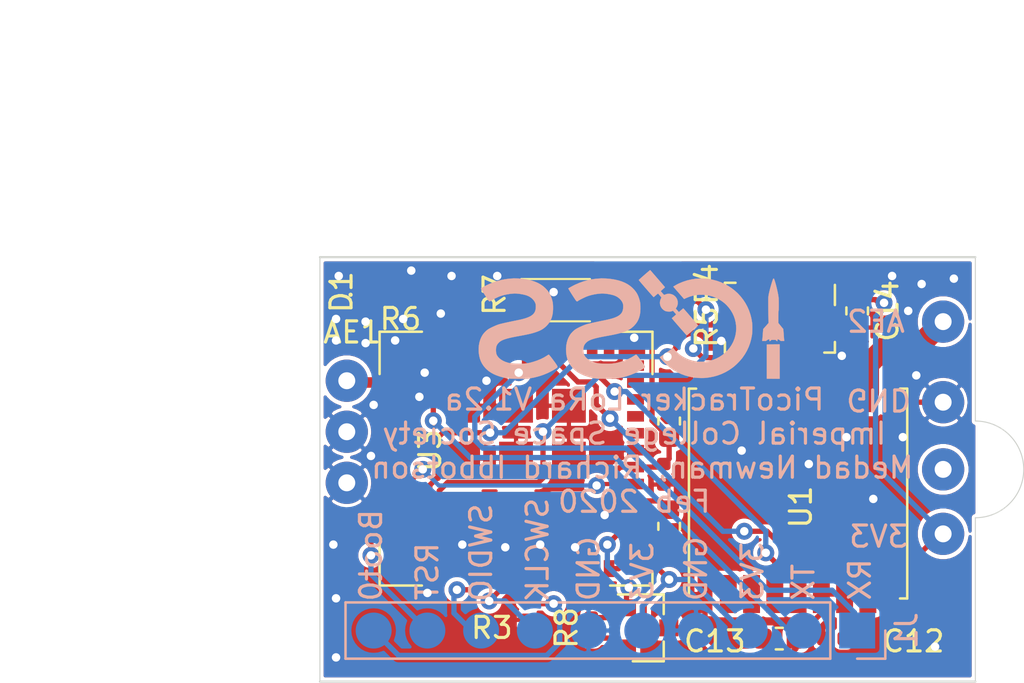
<source format=kicad_pcb>
(kicad_pcb (version 20171130) (host pcbnew "(5.1.2)-1")
  (title_block (title "PCB for Lora Pico Tracker") (date 2019-10-21) (company "Imperial College Space Society") (comment 1 "Richard Ibbotson, Medad Newman"))
  (layers (0 F.Cu signal hide) (31 B.Cu signal hide) (34 B.Paste user) (35 F.Paste user hide) (36 B.SilkS user) (37 F.SilkS user) (38 B.Mask user hide) (39 F.Mask user) (44 Edge.Cuts user))
  (net 0 "")
  (net 1 GND)
  (net 2 +3V3)
  (net 3 /I2C1_SDA)
  (net 4 /I2C1_SCL)
  (net 5 "Net-(AE2-Pad1)")
  (net 6 /SWDIO)
  (net 7 /RESET)
  (net 8 /SWCLK)
  (net 9 /GPS_TIMEPULSE)
  (net 10 /GPS_EXTINT)
  (net 11 "Net-(AE1-Pad1)")
  (net 12 /V_SOLAR)
  (net 13 "Net-(D1-Pad2)")
  (net 14 /LED)
  (net 15 /SWITCH)
  (net 16 /TCXO_EN)
  (net 17 /BOOT0)
  (net 18 /USART1_RX)
  (net 19 /USART1_TX)
  (net 20 "Net-(C12-Pad1)")
  (net 21 /GPS_MOSFET_GATE)
  (module Connector_Wire:SolderWirePad_1x01_Drill0.8mm (layer F.Cu) (at 267.97 170.688)
    (fp_text reference J6 hide)
    (fp_text value Conn_01x01)
    (pad 1 thru_hole circle (at 0 0) (size 1.99898 1.99898) (drill 0.8001) (layers *.Cu *.Mask) (net 1 GND))
  )
  (module Resistor_SMD:R_0402_1005Metric (layer F.Cu) (at 279.527 177.546 90)
    (fp_text reference R8 (at 0 -1.17 90) (layer F.SilkS))
    (fp_text value 4.7K)
    (pad 2 smd roundrect (at 0.485 0 90) (size 0.59 0.64) (layers F.Cu F.Paste F.Mask) (net 21 /GPS_MOSFET_GATE))
    (pad 1 smd roundrect (at -0.485 0 90) (size 0.59 0.64) (layers F.Cu F.Paste F.Mask) (net 2 +3V3))
  )
  (module Package_TO_SOT_SMD:SOT-23 (layer F.Cu) (at 282.194 177.546)
    (fp_text reference Q1 hide)
    (fp_text value IRLML6402)
    (pad 3 smd rect (at 1 0) (size 0.9 0.8) (layers F.Cu F.Paste F.Mask) (net 20 "Net-(C12-Pad1)"))
    (pad 2 smd rect (at -1 0.95) (size 0.9 0.8) (layers F.Cu F.Paste F.Mask) (net 2 +3V3))
    (pad 1 smd rect (at -1 -0.95) (size 0.9 0.8) (layers F.Cu F.Paste F.Mask) (net 21 /GPS_MOSFET_GATE))
  )
  (module Connector_Wire:SolderWirePad_1x01_Drill0.8mm (layer F.Cu) (at 267.97 168.275)
    (fp_text reference J5 hide)
    (fp_text value Conn_01x01)
    (pad 1 thru_hole circle (at 0 0) (size 1.99898 1.99898) (drill 0.8001) (layers *.Cu *.Mask) (net 1 GND))
  )
  (module Connector_Wire:SolderWirePad_1x01_Drill0.8mm (layer F.Cu) (at 267.97 165.862)
    (fp_text reference AE1 (at 0.254 -2.286 180) (layer F.SilkS))
    (fp_text value "Lora Antenna")
    (pad 1 thru_hole circle (at 0 0) (size 1.99898 1.99898) (drill 0.8001) (layers *.Cu *.Mask) (net 11 "Net-(AE1-Pad1)"))
  )
  (module pico_tracker:10Pad (layer B.Cu) (at 292.1 177.673 90)
    (fp_text reference J1 (at 0 2.33 270) (layer B.SilkS) (effects (justify mirror)))
    (fp_text value Conn_01x10)
    (pad 10 smd oval (at 0 -22.86 90) (size 1.7 1.7) (layers B.Cu B.Paste B.Mask) (net 17 /BOOT0))
    (pad 9 smd oval (at 0 -20.32 90) (size 1.7 1.7) (layers B.Cu B.Paste B.Mask) (net 7 /RESET))
    (pad 8 smd oval (at 0 -17.78 90) (size 1.7 1.7) (layers B.Cu B.Paste B.Mask) (net 6 /SWDIO))
    (pad 7 smd oval (at 0 -15.24 90) (size 1.7 1.7) (layers B.Cu B.Paste B.Mask) (net 8 /SWCLK))
    (pad 6 smd oval (at 0 -12.7 90) (size 1.7 1.7) (layers B.Cu B.Paste B.Mask) (net 1 GND))
    (pad 5 smd oval (at 0 -10.16 90) (size 1.7 1.7) (layers B.Cu B.Paste B.Mask) (net 2 +3V3))
    (pad 4 smd oval (at 0 -7.62 90) (size 1.7 1.7) (layers B.Cu B.Paste B.Mask) (net 1 GND))
    (pad 3 smd oval (at 0 -5.08 90) (size 1.7 1.7) (layers B.Cu B.Paste B.Mask) (net 2 +3V3))
    (pad 2 smd oval (at 0 -2.54 90) (size 1.7 1.7) (layers B.Cu B.Paste B.Mask) (net 19 /USART1_TX))
    (pad 1 smd rect (at 0 0 90) (size 1.7 1.7) (layers B.Cu B.Paste B.Mask) (net 18 /USART1_RX))
  )
  (module flight-computer:SolderWirePad_1x01_Drill0.8mm (layer F.Cu) (at 298.704 170.053)
    (fp_text reference StringHole1 hide)
    (fp_text value Unconnected)
    (pad "" np_thru_hole circle (at 0 0) (size 0.8 0.8) (drill 0.8) (layers *.Cu *.Mask))
  )
  (module RF_GPS:ublox_MAX (layer F.Cu) (at 289.306 171.196 90)
    (fp_text reference U1 (at -0.635 0.127 90) (layer F.SilkS))
    (fp_text value MAX-M8C)
    (pad 1 smd rect (at -4.75 -4.4 90) (size 1.8 0.7) (layers F.Cu F.Paste F.Mask) (net 1 GND))
    (pad 2 smd rect (at -4.75 -3.3 90) (size 1.8 0.8) (layers F.Cu F.Paste F.Mask))
    (pad 3 smd rect (at -4.75 -2.2 90) (size 1.8 0.8) (layers F.Cu F.Paste F.Mask))
    (pad 4 smd rect (at -4.75 -1.1 90) (size 1.8 0.8) (layers F.Cu F.Paste F.Mask) (net 9 /GPS_TIMEPULSE))
    (pad 5 smd rect (at -4.75 0 90) (size 1.8 0.8) (layers F.Cu F.Paste F.Mask) (net 10 /GPS_EXTINT))
    (pad 6 smd rect (at -4.75 1.1 90) (size 1.8 0.8) (layers F.Cu F.Paste F.Mask) (net 20 "Net-(C12-Pad1)"))
    (pad 7 smd rect (at -4.75 2.2 90) (size 1.8 0.8) (layers F.Cu F.Paste F.Mask) (net 20 "Net-(C12-Pad1)"))
    (pad 8 smd rect (at -4.75 3.3 90) (size 1.8 0.8) (layers F.Cu F.Paste F.Mask) (net 20 "Net-(C12-Pad1)"))
    (pad 9 smd rect (at -4.75 4.4 90) (size 1.8 0.7) (layers F.Cu F.Paste F.Mask) (net 2 +3V3))
    (pad 10 smd rect (at 4.75 4.4 90) (size 1.8 0.7) (layers F.Cu F.Paste F.Mask) (net 1 GND))
    (pad 11 smd rect (at 4.75 3.3 90) (size 1.8 0.8) (layers F.Cu F.Paste F.Mask) (net 5 "Net-(AE2-Pad1)"))
    (pad 12 smd rect (at 4.75 2.2 90) (size 1.8 0.8) (layers F.Cu F.Paste F.Mask) (net 1 GND))
    (pad 13 smd rect (at 4.75 1.1 90) (size 1.8 0.8) (layers F.Cu F.Paste F.Mask))
    (pad 14 smd rect (at 4.75 0 90) (size 1.8 0.8) (layers F.Cu F.Paste F.Mask))
    (pad 15 smd rect (at 4.75 -1.1 90) (size 1.8 0.8) (layers F.Cu F.Paste F.Mask))
    (pad 16 smd rect (at 4.75 -2.2 90) (size 1.8 0.8) (layers F.Cu F.Paste F.Mask) (net 3 /I2C1_SDA))
    (pad 17 smd rect (at 4.75 -3.3 90) (size 1.8 0.8) (layers F.Cu F.Paste F.Mask) (net 4 /I2C1_SCL))
    (pad 18 smd rect (at 4.75 -4.4 90) (size 1.8 0.7) (layers F.Cu F.Paste F.Mask))
  )
  (module Connector_Wire:SolderWirePad_1x01_Drill0.8mm (layer F.Cu) (at 296.164 170.053 90)
    (fp_text reference SolarCellMount1 hide)
    (fp_text value Unconnected)
    (pad 1 thru_hole circle (at 0 0 90) (size 1.99898 1.99898) (drill 0.8001) (layers *.Cu *.Mask))
  )
  (module Connector_Wire:SolderWirePad_1x01_Drill0.8mm (layer F.Cu) (at 296.164 173.101 270)
    (fp_text reference J3 hide)
    (fp_text value 3.3V)
    (pad 1 thru_hole circle (at 0 0 270) (size 1.99898 1.99898) (drill 0.8001) (layers *.Cu *.Mask) (net 2 +3V3))
  )
  (module Connector_Wire:SolderWirePad_1x01_Drill0.8mm (layer F.Cu) (at 296.164 166.878 270)
    (fp_text reference J2 hide)
    (fp_text value GND)
    (pad 1 thru_hole circle (at 0 0 270) (size 1.99898 1.99898) (drill 0.8001) (layers *.Cu *.Mask) (net 1 GND))
  )
  (module Capacitor_SMD:C_0603_1608Metric (layer F.Cu) (at 288.417 178.054 180)
    (fp_text reference C13 (at 3.048 -0.127) (layer F.SilkS))
    (fp_text value 10uF)
    (pad 1 smd roundrect (at -0.7875 0 180) (size 0.875 0.95) (layers F.Cu F.Paste F.Mask) (net 20 "Net-(C12-Pad1)"))
    (pad 2 smd roundrect (at 0.7875 0 180) (size 0.875 0.95) (layers F.Cu F.Paste F.Mask) (net 1 GND))
  )
  (module Capacitor_SMD:C_0603_1608Metric (layer F.Cu) (at 292.1 162.56 270)
    (fp_text reference C14 (at 0 -1.43 90) (layer F.SilkS))
    (fp_text value 220nF)
    (pad 1 smd roundrect (at -0.7875 0 270) (size 0.875 0.95) (layers F.Cu F.Paste F.Mask) (net 2 +3V3))
    (pad 2 smd roundrect (at 0.7875 0 270) (size 0.875 0.95) (layers F.Cu F.Paste F.Mask) (net 1 GND))
  )
  (module Capacitor_SMD:C_0402_1005Metric (layer F.Cu) (at 290.98 178.054 180)
    (fp_text reference C12 (at -3.787 -0.127 180) (layer F.SilkS))
    (fp_text value 100nF)
    (pad 2 smd roundrect (at 0.485 0 180) (size 0.59 0.64) (layers F.Cu F.Paste F.Mask) (net 1 GND))
    (pad 1 smd roundrect (at -0.485 0 180) (size 0.59 0.64) (layers F.Cu F.Paste F.Mask) (net 20 "Net-(C12-Pad1)"))
  )
  (module Connector_Wire:SolderWirePad_1x01_Drill0.8mm (layer F.Cu) (at 296.164 163.068 90)
    (fp_text reference AE2 (at 0 -3.175) (layer B.SilkS) (effects (justify mirror)))
    (fp_text value "GPS Antenna")
    (pad 1 thru_hole circle (at 0 0 90) (size 1.99898 1.99898) (drill 0.8001) (layers *.Cu *.Mask) (net 5 "Net-(AE2-Pad1)"))
  )
  (module Package_LGA:LGA-8_3x5mm_P1.25mm (layer F.Cu) (at 288.447 162.882 270)
    (fp_text reference U6 hide)
    (fp_text value MS5607-02BA)
    (pad 4 smd rect (at -1.075 1.875 270) (size 0.95 0.55) (layers F.Cu F.Paste F.Mask) (net 1 GND))
    (pad 1 smd rect (at -1.075 -1.875 270) (size 0.95 0.55) (layers F.Cu F.Paste F.Mask) (net 2 +3V3))
    (pad 2 smd rect (at -1.075 -0.625 270) (size 0.95 0.55) (layers F.Cu F.Paste F.Mask) (net 2 +3V3))
    (pad 3 smd rect (at -1.075 0.625 270) (size 0.95 0.55) (layers F.Cu F.Paste F.Mask) (net 1 GND))
    (pad 8 smd rect (at 1.075 -1.875 270) (size 0.95 0.55) (layers F.Cu F.Paste F.Mask) (net 4 /I2C1_SCL))
    (pad 7 smd rect (at 1.075 -0.625 270) (size 0.95 0.55) (layers F.Cu F.Paste F.Mask) (net 3 /I2C1_SDA))
    (pad 6 smd rect (at 1.075 0.625 270) (size 0.95 0.55) (layers F.Cu F.Paste F.Mask))
    (pad 5 smd rect (at 1.075 1.875 270) (size 0.95 0.55) (layers F.Cu F.Paste F.Mask) (net 1 GND))
  )
  (module Capacitor_SMD:C_0603_1608Metric (layer F.Cu) (at 283.21 172.7455 270)
    (fp_text reference C10 hide)
    (fp_text value 10uF)
    (pad 2 smd roundrect (at 0.7875 0 270) (size 0.875 0.95) (layers F.Cu F.Paste F.Mask) (net 1 GND))
    (pad 1 smd roundrect (at -0.7875 0 270) (size 0.875 0.95) (layers F.Cu F.Paste F.Mask) (net 2 +3V3))
  )
  (module Capacitor_SMD:C_0603_1608Metric (layer F.Cu) (at 283.21 167.767 90)
    (fp_text reference C7 hide)
    (fp_text value 1uF)
    (pad 2 smd roundrect (at 0.7875 0 90) (size 0.875 0.95) (layers F.Cu F.Paste F.Mask) (net 1 GND))
    (pad 1 smd roundrect (at -0.7875 0 90) (size 0.875 0.95) (layers F.Cu F.Paste F.Mask) (net 2 +3V3))
  )
  (module Capacitor_SMD:C_0402_1005Metric (layer F.Cu) (at 282.956 170.284 270)
    (fp_text reference C5 hide)
    (fp_text value 100nF)
    (pad 2 smd roundrect (at 0.485 0 270) (size 0.59 0.64) (layers F.Cu F.Paste F.Mask) (net 1 GND))
    (pad 1 smd roundrect (at -0.485 0 270) (size 0.59 0.64) (layers F.Cu F.Paste F.Mask) (net 2 +3V3))
  )
  (module LED_SMD:LED_0402_1005Metric (layer F.Cu) (at 269.24 161.798)
    (fp_text reference D1 (at -1.524 -0.127 90) (layer F.SilkS))
    (fp_text value LED)
    (pad 2 smd roundrect (at 0.485 0) (size 0.59 0.64) (layers F.Cu F.Paste F.Mask) (net 13 "Net-(D1-Pad2)"))
    (pad 1 smd roundrect (at -0.485 0) (size 0.59 0.64) (layers F.Cu F.Paste F.Mask) (net 1 GND))
  )
  (module Resistor_SMD:R_0402_1005Metric (layer F.Cu) (at 271.272 161.798)
    (fp_text reference R6 (at -0.762 1.143) (layer F.SilkS))
    (fp_text value 1K)
    (pad 2 smd roundrect (at 0.485 0) (size 0.59 0.64) (layers F.Cu F.Paste F.Mask) (net 14 /LED))
    (pad 1 smd roundrect (at -0.485 0) (size 0.59 0.64) (layers F.Cu F.Paste F.Mask) (net 13 "Net-(D1-Pad2)"))
  )
  (module Capacitor_SMD:C_0402_1005Metric (layer F.Cu) (at 268.478 172.339 180)
    (fp_text reference C1 hide)
    (fp_text value 100nF)
    (pad 2 smd roundrect (at 0.485 0 180) (size 0.59 0.64) (layers F.Cu F.Paste F.Mask) (net 1 GND))
    (pad 1 smd roundrect (at -0.485 0 180) (size 0.59 0.64) (layers F.Cu F.Paste F.Mask) (net 7 /RESET))
  )
  (module flight-computer:ICSS_Logo (layer B.Cu) (at 281.432 163.195 180)
    (fp_text reference J4 hide)
    (fp_text value "ICSS Logo" hide)
  )
  (module flight-computer:EVPAWCD4A (layer F.Cu) (at 277.368 162.052 180)
    (fp_text reference SW1 hide)
    (fp_text value SW_Push hide)
    (pad 2 smd rect (at -2.1 0 180) (size 0.55 1.5) (layers F.Cu F.Paste F.Mask) (net 2 +3V3))
    (pad 1 smd rect (at 1.15 0 180) (size 0.55 1.5) (layers F.Cu F.Paste F.Mask) (net 15 /SWITCH))
  )
  (module Resistor_SMD:R_0402_1005Metric (layer F.Cu) (at 273.304 161.798 180)
    (fp_text reference R7 (at -1.651 0 90) (layer F.SilkS))
    (fp_text value 100K)
    (pad 2 smd roundrect (at 0.485 0 180) (size 0.59 0.64) (layers F.Cu F.Paste F.Mask) (net 1 GND))
    (pad 1 smd roundrect (at -0.485 0 180) (size 0.59 0.64) (layers F.Cu F.Paste F.Mask) (net 15 /SWITCH))
  )
  (module RF_Module:CMWX1ZZABZ (layer F.Cu) (at 275.971 169.545 180)
    (fp_text reference U3 (at 4.064 0.381 90) (layer F.SilkS))
    (fp_text value CMWX1ZZABZ-078)
    (pad 38 smd rect (at 3.6 -5.2 270) (size 0.8 0.5) (layers F.Cu F.Paste F.Mask))
    (pad 26 smd rect (at 5.65 3.6 180) (size 0.8 0.5) (layers F.Cu F.Paste F.Mask) (net 11 "Net-(AE1-Pad1)"))
    (pad 25 smd rect (at 5.65 4.4 180) (size 0.8 0.5) (layers F.Cu F.Paste F.Mask) (net 1 GND))
    (pad 24 smd rect (at 4.4 5.2 90) (size 0.8 0.5) (layers F.Cu F.Paste F.Mask) (net 14 /LED))
    (pad 23 smd rect (at 3.6 5.2 90) (size 0.8 0.5) (layers F.Cu F.Paste F.Mask) (net 15 /SWITCH))
    (pad 22 smd rect (at 2.8 5.2 90) (size 0.8 0.5) (layers F.Cu F.Paste F.Mask))
    (pad 21 smd rect (at 2 5.2 90) (size 0.8 0.5) (layers F.Cu F.Paste F.Mask) (net 12 /V_SOLAR))
    (pad 20 smd rect (at 1.2 5.2 90) (size 0.8 0.5) (layers F.Cu F.Paste F.Mask))
    (pad 19 smd rect (at 0.4 5.2 270) (size 0.8 0.5) (layers F.Cu F.Paste F.Mask) (net 19 /USART1_TX))
    (pad 18 smd rect (at -0.4 5.2 270) (size 0.8 0.5) (layers F.Cu F.Paste F.Mask) (net 18 /USART1_RX))
    (pad 17 smd rect (at -1.2 5.2 270) (size 0.8 0.5) (layers F.Cu F.Paste F.Mask))
    (pad 16 smd rect (at -2 5.2 270) (size 0.8 0.5) (layers F.Cu F.Paste F.Mask) (net 10 /GPS_EXTINT))
    (pad 15 smd rect (at -2.8 5.2 270) (size 0.8 0.5) (layers F.Cu F.Paste F.Mask) (net 9 /GPS_TIMEPULSE))
    (pad 14 smd rect (at -3.6 5.2 270) (size 0.8 0.5) (layers F.Cu F.Paste F.Mask))
    (pad 13 smd rect (at -4.4 5.2 270) (size 0.8 0.5) (layers F.Cu F.Paste F.Mask))
    (pad 12 smd rect (at -5.65 4.4 180) (size 0.8 0.5) (layers F.Cu F.Paste F.Mask))
    (pad 41 smd rect (at 1.2 -5.2 270) (size 0.8 0.5) (layers F.Cu F.Paste F.Mask) (net 6 /SWDIO))
    (pad 40 smd rect (at 2 -5.2 270) (size 0.8 0.5) (layers F.Cu F.Paste F.Mask))
    (pad 39 smd rect (at 2.8 -5.2 270) (size 0.8 0.5) (layers F.Cu F.Paste F.Mask))
    (pad 37 smd rect (at 4.4 -5.2 270) (size 0.8 0.5) (layers F.Cu F.Paste F.Mask))
    (pad 36 smd rect (at 5.65 -4.4 180) (size 0.8 0.5) (layers F.Cu F.Paste F.Mask) (net 3 /I2C1_SDA))
    (pad 35 smd rect (at 5.65 -3.6 180) (size 0.8 0.5) (layers F.Cu F.Paste F.Mask) (net 4 /I2C1_SCL))
    (pad 34 smd rect (at 5.65 -2.8 180) (size 0.8 0.5) (layers F.Cu F.Paste F.Mask) (net 7 /RESET))
    (pad 33 smd rect (at 5.65 -2 180) (size 0.8 0.5) (layers F.Cu F.Paste F.Mask))
    (pad 32 smd rect (at 5.65 -1.2 180) (size 0.8 0.5) (layers F.Cu F.Paste F.Mask) (net 2 +3V3))
    (pad 31 smd rect (at 5.65 -0.4 180) (size 0.8 0.5) (layers F.Cu F.Paste F.Mask))
    (pad 30 smd rect (at 5.65 0.4 180) (size 0.8 0.5) (layers F.Cu F.Paste F.Mask))
    (pad 29 smd rect (at 5.65 1.2 180) (size 0.8 0.5) (layers F.Cu F.Paste F.Mask))
    (pad 28 smd rect (at 5.65 2 180) (size 0.8 0.5) (layers F.Cu F.Paste F.Mask))
    (pad 27 smd rect (at 5.65 2.8 180) (size 0.8 0.5) (layers F.Cu F.Paste F.Mask) (net 1 GND))
    (pad 11 smd rect (at -5.65 3.6 180) (size 0.8 0.5) (layers F.Cu F.Paste F.Mask))
    (pad 10 smd rect (at -5.65 2.8 180) (size 0.8 0.5) (layers F.Cu F.Paste F.Mask))
    (pad 9 smd rect (at -5.65 2 180) (size 0.8 0.5) (layers F.Cu F.Paste F.Mask))
    (pad 8 smd rect (at -5.65 1.2 180) (size 0.8 0.5) (layers F.Cu F.Paste F.Mask))
    (pad 7 smd rect (at -5.65 0.4 180) (size 0.8 0.5) (layers F.Cu F.Paste F.Mask) (net 1 GND))
    (pad 6 smd rect (at -5.65 -0.4 180) (size 0.8 0.5) (layers F.Cu F.Paste F.Mask) (net 2 +3V3))
    (pad 5 smd rect (at -5.65 -1.2 180) (size 0.8 0.5) (layers F.Cu F.Paste F.Mask) (net 2 +3V3))
    (pad 4 smd rect (at -5.65 -2 180) (size 0.8 0.5) (layers F.Cu F.Paste F.Mask) (net 2 +3V3))
    (pad 3 smd rect (at -5.65 -2.8 180) (size 0.8 0.5) (layers F.Cu F.Paste F.Mask) (net 1 GND))
    (pad 2 smd rect (at -5.65 -3.6 180) (size 0.8 0.5) (layers F.Cu F.Paste F.Mask) (net 21 /GPS_MOSFET_GATE))
    (pad 1 smd rect (at -5.65 -4.4 180) (size 0.8 0.5) (layers F.Cu F.Paste F.Mask) (net 16 /TCXO_EN))
    (pad 42 smd rect (at 0.4 -5.2 270) (size 0.8 0.5) (layers F.Cu F.Paste F.Mask) (net 8 /SWCLK))
    (pad 43 smd rect (at -0.4 -5.2 270) (size 0.8 0.5) (layers F.Cu F.Paste F.Mask) (net 17 /BOOT0))
    (pad 44 smd rect (at -1.2 -5.2 270) (size 0.8 0.5) (layers F.Cu F.Paste F.Mask) (net 1 GND))
    (pad 45 smd rect (at -2 -5.2 270) (size 0.8 0.5) (layers F.Cu F.Paste F.Mask))
    (pad 46 smd rect (at -2.8 -5.2 270) (size 0.8 0.5) (layers F.Cu F.Paste F.Mask))
    (pad 47 smd rect (at -3.6 -5.2 270) (size 0.8 0.5) (layers F.Cu F.Paste F.Mask))
    (pad 48 smd rect (at -4.4 -5.2 270) (size 0.8 0.5) (layers F.Cu F.Paste F.Mask) (net 16 /TCXO_EN))
    (pad 49 smd rect (at -2.5 -2.5 270) (size 1.6 1.6) (layers F.Cu F.Paste F.Mask) (net 1 GND))
    (pad 50 smd rect (at 0 -2.5 270) (size 1.6 1.6) (layers F.Cu F.Paste F.Mask) (net 1 GND))
    (pad 51 smd rect (at 2.5 -2.5 270) (size 1.6 1.6) (layers F.Cu F.Paste F.Mask) (net 1 GND))
    (pad 52 smd rect (at -2.5 0 270) (size 1.6 1.6) (layers F.Cu F.Paste F.Mask) (net 1 GND))
    (pad 53 smd rect (at 0 0 270) (size 1.6 1.6) (layers F.Cu F.Paste F.Mask) (net 1 GND))
    (pad 54 smd rect (at 2.5 0 270) (size 1.6 1.6) (layers F.Cu F.Paste F.Mask) (net 1 GND))
    (pad 55 smd rect (at -2.5 2.5 270) (size 1.6 1.6) (layers F.Cu F.Paste F.Mask) (net 1 GND))
    (pad 56 smd rect (at 0 2.5 270) (size 1.6 1.6) (layers F.Cu F.Paste F.Mask) (net 1 GND))
    (pad 57 smd rect (at 2.5 2.5 270) (size 1.6 1.6) (layers F.Cu F.Paste F.Mask) (net 1 GND))
  )
  (module Resistor_SMD:R_0402_1005Metric (layer F.Cu) (at 281.328 162.814)
    (fp_text reference R2 hide)
    (fp_text value 100K)
    (pad 2 smd roundrect (at 0.485 0) (size 0.59 0.64) (layers F.Cu F.Paste F.Mask) (net 1 GND))
    (pad 1 smd roundrect (at -0.485 0) (size 0.59 0.64) (layers F.Cu F.Paste F.Mask) (net 12 /V_SOLAR))
  )
  (module Resistor_SMD:R_0402_1005Metric (layer F.Cu) (at 281.305 161.163 180)
    (fp_text reference R1 hide)
    (fp_text value 100K)
    (pad 2 smd roundrect (at 0.485 0 180) (size 0.59 0.64) (layers F.Cu F.Paste F.Mask) (net 12 /V_SOLAR))
    (pad 1 smd roundrect (at -0.485 0 180) (size 0.59 0.64) (layers F.Cu F.Paste F.Mask) (net 2 +3V3))
  )
  (module Resistor_SMD:R_0402_1005Metric (layer F.Cu) (at 283.233 162.814)
    (fp_text reference R5 (at 1.755 0.508 90) (layer F.SilkS))
    (fp_text value 4.7K)
    (pad 2 smd roundrect (at 0.485 0) (size 0.59 0.64) (layers F.Cu F.Paste F.Mask) (net 4 /I2C1_SCL))
    (pad 1 smd roundrect (at -0.485 0) (size 0.59 0.64) (layers F.Cu F.Paste F.Mask) (net 2 +3V3))
  )
  (module Resistor_SMD:R_0402_1005Metric (layer F.Cu) (at 283.21 161.163 180)
    (fp_text reference R4 (at -1.778 -0.127 270) (layer F.SilkS))
    (fp_text value 4.7K)
    (pad 2 smd roundrect (at 0.485 0 180) (size 0.59 0.64) (layers F.Cu F.Paste F.Mask) (net 3 /I2C1_SDA))
    (pad 1 smd roundrect (at -0.485 0 180) (size 0.59 0.64) (layers F.Cu F.Paste F.Mask) (net 2 +3V3))
  )
  (module Resistor_SMD:R_0402_1005Metric (layer F.Cu) (at 276.479 176.68 270)
    (fp_text reference R3 (at 0.866 1.651 180) (layer F.SilkS))
    (fp_text value 10K)
    (pad 1 smd roundrect (at -0.485 0 270) (size 0.59 0.64) (layers F.Cu F.Paste F.Mask) (net 17 /BOOT0))
    (pad 2 smd roundrect (at 0.485 0 270) (size 0.59 0.64) (layers F.Cu F.Paste F.Mask) (net 1 GND))
  )
  (gr_text GND (at 293.116 166.751 180) (layer B.SilkS) (effects (font (size 1 1)) (justify mirror)))
  (gr_text 3V3 (at 293.116 173.228) (layer B.SilkS) (effects (font (size 1 1)) (justify mirror)))
  (gr_text "RX\n" (at 292.227 175.26 90) (layer B.SilkS) (effects (font (size 1 1)) (justify mirror)))
  (gr_text TX (at 289.56 175.387 90) (layer B.SilkS) (effects (font (size 1 1)) (justify mirror)))
  (gr_text 3V3 (at 287.147 174.879 90) (layer B.SilkS) (effects (font (size 1 1)) (justify mirror)))
  (gr_text GND (at 284.48 174.752 90) (layer B.SilkS) (effects (font (size 1 1)) (justify mirror)))
  (gr_text 3V3 (at 281.94 174.879 90) (layer B.SilkS) (effects (font (size 1 1)) (justify mirror)))
  (gr_text GND (at 279.4 174.752 90) (layer B.SilkS) (effects (font (size 1 1)) (justify mirror)))
  (gr_text SWCLK (at 276.987 173.863 90) (layer B.SilkS) (effects (font (size 1 1)) (justify mirror)))
  (gr_text SWDIO (at 274.32 173.99 90) (layer B.SilkS) (effects (font (size 1 1)) (justify mirror)))
  (gr_text RST (at 271.78 174.879 90) (layer B.SilkS) (effects (font (size 1 1)) (justify mirror)))
  (gr_text Boot0 (at 269.113 174.117 90) (layer B.SilkS) (effects (font (size 1 1)) (justify mirror)))
  (gr_text "PicoTracker LoRa V1.2a\nImperial College Space Society\nMedad Newman, Richard Ibbotson \nFeb 2020" (at 281.559 169.164) (layer B.SilkS) (effects (font (size 1 1)) (justify mirror)))
  (gr_line (start 266.7 172.085) (end 266.7 166.37) (layer Edge.Cuts) (width 0.05))
  (gr_line (start 266.7 160.02) (end 266.7 166.37) (layer Edge.Cuts) (width 0.05))
  (gr_line (start 266.7 180.086) (end 266.7 172.085) (layer Edge.Cuts) (width 0.05))
  (gr_line (start 297.688 160.02) (end 297.688 167.767) (layer Edge.Cuts) (width 0.05))
  (gr_arc (start 297.688 170.053) (end 297.688 172.339) (angle -180) (layer Edge.Cuts) (width 0.05))
  (gr_line (start 297.688 180.086) (end 297.688 172.339) (layer Edge.Cuts) (width 0.05))
  (gr_line (start 297.688 180.086) (end 266.7 180.086) (layer Edge.Cuts) (width 0.1))
  (gr_line (start 266.7 160.02) (end 297.688 160.02) (layer Edge.Cuts) (width 0.1))
  (segment (start 291.372999 167.606001) (end 291.437999 167.671001) (width 0.25) (layer F.Cu) (net 1))
  (segment (start 291.437999 167.671001) (end 293.957507 167.671001) (width 0.25) (layer F.Cu) (net 1))
  (segment (start 293.957507 167.671001) (end 294.750508 166.878) (width 0.25) (layer F.Cu) (net 1))
  (segment (start 294.750508 166.878) (end 296.164 166.878) (width 0.25) (layer F.Cu) (net 1))
  (segment (start 292.1 163.6015) (end 291.372999 164.328501) (width 0.25) (layer F.Cu) (net 1))
  (segment (start 291.372999 164.328501) (end 291.372999 164.684001) (width 0.25) (layer F.Cu) (net 1))
  (segment (start 284.906 177.096) (end 284.906 175.946) (width 0.25) (layer F.Cu) (net 1))
  (segment (start 285.864 178.054) (end 284.906 177.096) (width 0.25) (layer F.Cu) (net 1))
  (segment (start 287.6295 178.054) (end 285.864 178.054) (width 0.25) (layer F.Cu) (net 1))
  (via (at 281.559 163.83) (size 0.8) (drill 0.4) (layers F.Cu B.Cu) (net 1))
  (segment (start 281.813 162.814) (end 281.813 163.576) (width 0.25) (layer F.Cu) (net 1))
  (segment (start 281.813 163.576) (end 281.559 163.83) (width 0.25) (layer F.Cu) (net 1))
  (via (at 285.673623 163.979132) (size 0.8) (drill 0.4) (layers F.Cu B.Cu) (net 1))
  (segment (start 286.572 163.957) (end 285.695755 163.957) (width 0.25) (layer F.Cu) (net 1))
  (segment (start 285.695755 163.957) (end 285.673623 163.979132) (width 0.25) (layer F.Cu) (net 1))
  (via (at 270.637 162.941) (size 0.8) (drill 0.4) (layers F.Cu B.Cu) (net 1))
  (via (at 277.749 161.671) (size 0.8) (drill 0.4) (layers F.Cu B.Cu) (net 1))
  (via (at 289.814 169.799) (size 0.8) (drill 0.4) (layers F.Cu B.Cu) (net 1))
  (segment (start 291.372999 164.684001) (end 291.372999 167.606001) (width 0.25) (layer F.Cu) (net 1))
  (via (at 291.372999 164.684001) (size 0.8) (drill 0.4) (layers F.Cu B.Cu) (net 1))
  (via (at 267.462 176.149) (size 0.8) (drill 0.4) (layers F.Cu B.Cu) (net 1))
  (via (at 295.148 161.29) (size 0.8) (drill 0.4) (layers F.Cu B.Cu) (net 1))
  (via (at 292.862 171.45) (size 0.8) (drill 0.4) (layers F.Cu B.Cu) (net 1))
  (via (at 286.639 169.164) (size 0.8) (drill 0.4) (layers F.Cu B.Cu) (net 1))
  (via (at 271.401748 166.622897) (size 0.8) (drill 0.4) (layers F.Cu B.Cu) (net 1))
  (via (at 278.765 173.736) (size 0.8) (drill 0.4) (layers F.Cu B.Cu) (net 1))
  (via (at 271.78 175.895) (size 0.8) (drill 0.4) (layers F.Cu B.Cu) (net 1))
  (via (at 273.431 173.609) (size 0.8) (drill 0.4) (layers F.Cu B.Cu) (net 1))
  (via (at 295.783 178.435) (size 0.8) (drill 0.4) (layers F.Cu B.Cu) (net 1))
  (via (at 268.859 164.084) (size 0.8) (drill 0.4) (layers F.Cu B.Cu) (net 1))
  (via (at 270.256 163.957) (size 0.8) (drill 0.4) (layers F.Cu B.Cu) (net 1))
  (via (at 267.462 162.941) (size 0.8) (drill 0.4) (layers F.Cu B.Cu) (net 1))
  (via (at 267.462 163.957) (size 0.8) (drill 0.4) (layers F.Cu B.Cu) (net 1))
  (via (at 268.859 163.068) (size 0.8) (drill 0.4) (layers F.Cu B.Cu) (net 1))
  (via (at 267.589 160.909) (size 0.8) (drill 0.4) (layers F.Cu B.Cu) (net 1))
  (via (at 280.162 172.212) (size 0.8) (drill 0.4) (layers F.Cu B.Cu) (net 1))
  (via (at 275.463 173.736) (size 0.8) (drill 0.4) (layers F.Cu B.Cu) (net 1))
  (via (at 277.114 173.609) (size 0.8) (drill 0.4) (layers F.Cu B.Cu) (net 1))
  (via (at 271.653 165.481) (size 0.8) (drill 0.4) (layers F.Cu B.Cu) (net 1))
  (via (at 269.113 169.418) (size 0.8) (drill 0.4) (layers F.Cu B.Cu) (net 1))
  (via (at 269.24 167.005) (size 0.8) (drill 0.4) (layers F.Cu B.Cu) (net 1))
  (via (at 267.335 173.609) (size 0.8) (drill 0.4) (layers F.Cu B.Cu) (net 1))
  (via (at 267.462 178.943) (size 0.8) (drill 0.4) (layers F.Cu B.Cu) (net 1))
  (via (at 272.415 162.687) (size 0.8) (drill 0.4) (layers F.Cu B.Cu) (net 1))
  (via (at 275.082 160.909) (size 0.8) (drill 0.4) (layers F.Cu B.Cu) (net 1))
  (via (at 271.018 160.655) (size 0.8) (drill 0.4) (layers F.Cu B.Cu) (net 1))
  (via (at 272.923 160.909) (size 0.8) (drill 0.4) (layers F.Cu B.Cu) (net 1))
  (via (at 291.592 168.529) (size 0.8) (drill 0.4) (layers F.Cu B.Cu) (net 1))
  (via (at 294.259 168.529) (size 0.8) (drill 0.4) (layers F.Cu B.Cu) (net 1))
  (via (at 294.894 165.608) (size 0.8) (drill 0.4) (layers F.Cu B.Cu) (net 1))
  (via (at 294.513 162.56) (size 0.8) (drill 0.4) (layers F.Cu B.Cu) (net 1))
  (via (at 293.751 160.909) (size 0.8) (drill 0.4) (layers F.Cu B.Cu) (net 1))
  (via (at 296.672 161.036) (size 0.8) (drill 0.4) (layers F.Cu B.Cu) (net 1))
  (via (at 274.574 165.862) (size 0.8) (drill 0.4) (layers F.Cu B.Cu) (net 1))
  (segment (start 289.2017 160.782) (end 289.814 160.782) (width 0.2933) (layer F.Cu) (net 2))
  (segment (start 293.706 175.946) (end 293.706 175.396) (width 0.25) (layer F.Cu) (net 2))
  (segment (start 290.322 161.163) (end 290.322 161.807) (width 0.2933) (layer F.Cu) (net 2))
  (segment (start 289.072 161.807) (end 289.072 161.0387) (width 0.2933) (layer F.Cu) (net 2))
  (segment (start 289.941 160.782) (end 290.322 161.163) (width 0.2933) (layer F.Cu) (net 2))
  (segment (start 291.8805 161.807) (end 292.1 162.0265) (width 0.2933) (layer F.Cu) (net 2))
  (segment (start 289.072 161.0387) (end 289.3287 160.782) (width 0.2933) (layer F.Cu) (net 2))
  (segment (start 290.322 161.807) (end 291.8805 161.807) (width 0.2933) (layer F.Cu) (net 2))
  (segment (start 292.9635 162.0265) (end 293.37 162.433) (width 0.25) (layer F.Cu) (net 2))
  (segment (start 295.656 173.609) (end 296.164 173.101) (width 0.25) (layer F.Cu) (net 2))
  (segment (start 292.970001 169.907001) (end 296.164 173.101) (width 0.25) (layer B.Cu) (net 2))
  (segment (start 293.37 162.433) (end 292.970001 162.832999) (width 0.25) (layer B.Cu) (net 2))
  (segment (start 292.970001 162.832999) (end 292.970001 169.907001) (width 0.25) (layer B.Cu) (net 2))
  (segment (start 292.1 162.0265) (end 292.9635 162.0265) (width 0.25) (layer F.Cu) (net 2))
  (via (at 293.37 162.179) (size 0.8) (drill 0.4) (layers F.Cu B.Cu) (net 2))
  (segment (start 293.706 175.396) (end 296.001 173.101) (width 0.25) (layer F.Cu) (net 2))
  (segment (start 296.001 173.101) (end 296.164 173.101) (width 0.25) (layer F.Cu) (net 2))
  (segment (start 282.797 171.545) (end 283.21 171.958) (width 0.25) (layer F.Cu) (net 2))
  (segment (start 281.621 171.545) (end 282.797 171.545) (width 0.25) (layer F.Cu) (net 2))
  (segment (start 282.81 169.945) (end 282.956 169.799) (width 0.25) (layer F.Cu) (net 2))
  (segment (start 281.621 169.945) (end 282.81 169.945) (width 0.25) (layer F.Cu) (net 2))
  (segment (start 283.21 169.545) (end 282.956 169.799) (width 0.25) (layer F.Cu) (net 2))
  (segment (start 283.21 168.5545) (end 283.21 169.545) (width 0.25) (layer F.Cu) (net 2))
  (segment (start 280.905 169.945) (end 281.621 169.945) (width 0.25) (layer F.Cu) (net 2))
  (segment (start 280.613 170.237) (end 280.905 169.945) (width 0.25) (layer F.Cu) (net 2))
  (segment (start 281.621 170.745) (end 280.613 170.745) (width 0.25) (layer F.Cu) (net 2))
  (segment (start 280.613 170.745) (end 280.613 170.237) (width 0.25) (layer F.Cu) (net 2))
  (segment (start 281.146 171.545) (end 281.621 171.545) (width 0.25) (layer F.Cu) (net 2))
  (segment (start 280.613 170.745) (end 280.613 171.012) (width 0.25) (layer F.Cu) (net 2))
  (segment (start 280.613 171.012) (end 281.146 171.545) (width 0.25) (layer F.Cu) (net 2))
  (via (at 283.21 175.26) (size 0.8) (drill 0.4) (layers F.Cu B.Cu) (net 2))
  (segment (start 282.40999 174.45999) (end 283.21 175.26) (width 0.25) (layer F.Cu) (net 2))
  (segment (start 283.21 171.958) (end 282.40999 172.75801) (width 0.25) (layer F.Cu) (net 2))
  (segment (start 282.40999 172.75801) (end 282.40999 174.45999) (width 0.25) (layer F.Cu) (net 2))
  (segment (start 281.94 176.53) (end 281.94 177.673) (width 0.25) (layer B.Cu) (net 2))
  (segment (start 283.21 175.26) (end 281.94 176.53) (width 0.25) (layer B.Cu) (net 2))
  (segment (start 281.79 160.743) (end 281.79 161.163) (width 0.25) (layer F.Cu) (net 2))
  (segment (start 281.56499 160.51799) (end 281.79 160.743) (width 0.25) (layer F.Cu) (net 2))
  (segment (start 280.00201 160.51799) (end 281.56499 160.51799) (width 0.25) (layer F.Cu) (net 2))
  (segment (start 279.468 161.052) (end 280.00201 160.51799) (width 0.25) (layer F.Cu) (net 2))
  (segment (start 279.468 162.052) (end 279.468 161.052) (width 0.25) (layer F.Cu) (net 2))
  (segment (start 284.752002 161.251) (end 286.108003 162.607001) (width 0.25) (layer F.Cu) (net 2))
  (segment (start 283.695 161.251) (end 284.752002 161.251) (width 0.25) (layer F.Cu) (net 2))
  (segment (start 286.108003 162.607001) (end 288.471999 162.607001) (width 0.25) (layer F.Cu) (net 2))
  (segment (start 288.471999 162.607001) (end 289.072 162.007) (width 0.25) (layer F.Cu) (net 2))
  (segment (start 289.072 162.007) (end 289.072 161.807) (width 0.25) (layer F.Cu) (net 2))
  (segment (start 282.702 162.768) (end 282.748 162.814) (width 0.25) (layer F.Cu) (net 2))
  (segment (start 282.702 162.179) (end 282.702 162.768) (width 0.25) (layer F.Cu) (net 2))
  (segment (start 281.79 161.267) (end 282.702 162.179) (width 0.25) (layer F.Cu) (net 2))
  (segment (start 281.79 161.163) (end 281.79 161.267) (width 0.25) (layer F.Cu) (net 2))
  (segment (start 283.695 160.743) (end 283.695 161.163) (width 0.25) (layer F.Cu) (net 2))
  (segment (start 283.46999 160.51799) (end 283.695 160.743) (width 0.25) (layer F.Cu) (net 2))
  (segment (start 282.381778 160.51799) (end 283.46999 160.51799) (width 0.25) (layer F.Cu) (net 2))
  (segment (start 282.10499 160.794778) (end 282.381778 160.51799) (width 0.25) (layer F.Cu) (net 2))
  (segment (start 282.10499 160.99801) (end 282.10499 160.794778) (width 0.25) (layer F.Cu) (net 2))
  (segment (start 281.94 161.163) (end 282.10499 160.99801) (width 0.25) (layer F.Cu) (net 2))
  (segment (start 281.79 161.163) (end 281.94 161.163) (width 0.25) (layer F.Cu) (net 2))
  (segment (start 283.21 168.5545) (end 282.400464 167.744964) (width 0.25) (layer F.Cu) (net 2))
  (segment (start 282.400464 163.161536) (end 282.748 162.814) (width 0.25) (layer F.Cu) (net 2))
  (segment (start 282.400464 167.744964) (end 282.400464 163.161536) (width 0.25) (layer F.Cu) (net 2))
  (segment (start 284.226 175.26) (end 283.21 175.26) (width 0.25) (layer B.Cu) (net 2))
  (segment (start 286.893 177.927) (end 284.226 175.26) (width 0.25) (layer B.Cu) (net 2))
  (via (at 279.781 170.815) (size 0.8) (drill 0.4) (layers F.Cu B.Cu) (net 2))
  (segment (start 280.613 170.745) (end 279.851 170.745) (width 0.2) (layer F.Cu) (net 2))
  (segment (start 279.851 170.745) (end 279.781 170.815) (width 0.2) (layer F.Cu) (net 2))
  (via (at 271.563 170.053) (size 0.8) (drill 0.4) (layers F.Cu B.Cu) (net 2))
  (segment (start 279.781 170.815) (end 272.325 170.815) (width 0.2) (layer B.Cu) (net 2))
  (segment (start 272.325 170.815) (end 271.563 170.053) (width 0.2) (layer B.Cu) (net 2))
  (segment (start 270.871 170.745) (end 270.321 170.745) (width 0.2) (layer F.Cu) (net 2))
  (segment (start 271.563 170.053) (end 270.871 170.745) (width 0.2) (layer F.Cu) (net 2))
  (segment (start 283.321 175.371) (end 283.21 175.26) (width 0.25) (layer F.Cu) (net 2))
  (segment (start 280.729 178.031) (end 281.194 178.496) (width 0.25) (layer F.Cu) (net 2))
  (segment (start 279.527 178.031) (end 280.729 178.031) (width 0.25) (layer F.Cu) (net 2))
  (segment (start 282.810001 175.659999) (end 283.21 175.26) (width 0.25) (layer F.Cu) (net 2))
  (segment (start 282.030001 176.439999) (end 282.810001 175.659999) (width 0.25) (layer F.Cu) (net 2))
  (segment (start 282.030001 177.709999) (end 282.030001 176.439999) (width 0.25) (layer F.Cu) (net 2))
  (segment (start 281.244 178.496) (end 282.030001 177.709999) (width 0.25) (layer F.Cu) (net 2))
  (segment (start 281.194 178.496) (end 281.244 178.496) (width 0.25) (layer F.Cu) (net 2))
  (segment (start 289.072 164.157) (end 289.072 163.957) (width 0.25) (layer F.Cu) (net 3))
  (segment (start 288.471999 164.757001) (end 289.072 164.157) (width 0.25) (layer F.Cu) (net 3))
  (segment (start 287.644999 164.757001) (end 288.471999 164.757001) (width 0.25) (layer F.Cu) (net 3))
  (segment (start 287.106 165.296) (end 287.644999 164.757001) (width 0.25) (layer F.Cu) (net 3))
  (segment (start 284.948623 163.066243) (end 284.948623 162.500558) (width 0.25) (layer B.Cu) (net 3))
  (via (at 284.948623 162.500558) (size 0.8) (drill 0.4) (layers F.Cu B.Cu) (net 3))
  (segment (start 283.259969 162.100559) (end 284.548624 162.100559) (width 0.25) (layer F.Cu) (net 3))
  (segment (start 284.548624 162.100559) (end 284.948623 162.500558) (width 0.25) (layer F.Cu) (net 3))
  (segment (start 283.059168 161.899758) (end 283.259969 162.100559) (width 0.25) (layer F.Cu) (net 3))
  (segment (start 283.059168 161.497168) (end 283.059168 161.899758) (width 0.25) (layer F.Cu) (net 3))
  (segment (start 282.725 161.163) (end 283.059168 161.497168) (width 0.25) (layer F.Cu) (net 3))
  (segment (start 284.353 163.661866) (end 284.353 164.338) (width 0.25) (layer B.Cu) (net 3))
  (segment (start 284.948623 163.066243) (end 284.353 163.661866) (width 0.25) (layer B.Cu) (net 3))
  (via (at 284.353 164.338) (size 0.8) (drill 0.4) (layers F.Cu B.Cu) (net 3))
  (segment (start 287.106 165.296) (end 287.106 166.446) (width 0.25) (layer F.Cu) (net 3))
  (segment (start 286.580989 164.770989) (end 287.106 165.296) (width 0.25) (layer F.Cu) (net 3))
  (segment (start 284.785989 164.770989) (end 286.580989 164.770989) (width 0.25) (layer F.Cu) (net 3))
  (segment (start 284.353 164.338) (end 284.785989 164.770989) (width 0.25) (layer F.Cu) (net 3))
  (segment (start 279.908 165.608) (end 277.246721 168.269279) (width 0.25) (layer B.Cu) (net 3))
  (segment (start 284.029004 165.608) (end 279.908 165.608) (width 0.25) (layer B.Cu) (net 3))
  (via (at 277.246721 168.269279) (size 0.8) (drill 0.4) (layers F.Cu B.Cu) (net 3))
  (segment (start 284.948623 163.066243) (end 284.948623 164.688381) (width 0.25) (layer B.Cu) (net 3))
  (segment (start 284.948623 164.688381) (end 284.029004 165.608) (width 0.25) (layer B.Cu) (net 3))
  (segment (start 272.345999 171.062013) (end 272.738011 170.670001) (width 0.25) (layer F.Cu) (net 3))
  (segment (start 270.321 173.945) (end 270.971 173.945) (width 0.25) (layer F.Cu) (net 3))
  (segment (start 277.246721 170.454281) (end 277.246721 168.269279) (width 0.25) (layer F.Cu) (net 3))
  (segment (start 277.031001 170.670001) (end 277.246721 170.454281) (width 0.25) (layer F.Cu) (net 3))
  (segment (start 272.738011 170.670001) (end 277.031001 170.670001) (width 0.25) (layer F.Cu) (net 3))
  (segment (start 272.345999 172.570001) (end 272.345999 171.062013) (width 0.25) (layer F.Cu) (net 3))
  (segment (start 270.971 173.945) (end 272.345999 172.570001) (width 0.25) (layer F.Cu) (net 3))
  (via (at 283.128401 164.725287) (size 0.8) (drill 0.4) (layers F.Cu B.Cu) (net 4))
  (segment (start 283.624113 165.220999) (end 283.128401 164.725287) (width 0.25) (layer F.Cu) (net 4))
  (segment (start 285.930999 165.220999) (end 283.624113 165.220999) (width 0.25) (layer F.Cu) (net 4))
  (segment (start 286.006 166.446) (end 286.006 165.296) (width 0.25) (layer F.Cu) (net 4))
  (segment (start 286.006 165.296) (end 285.930999 165.220999) (width 0.25) (layer F.Cu) (net 4))
  (segment (start 283.5284 163.0036) (end 283.718 162.814) (width 0.25) (layer F.Cu) (net 4))
  (segment (start 283.5284 164.325288) (end 283.5284 163.0036) (width 0.25) (layer F.Cu) (net 4))
  (segment (start 283.128401 164.725287) (end 283.5284 164.325288) (width 0.25) (layer F.Cu) (net 4))
  (segment (start 290.322 163.757) (end 290.322 163.957) (width 0.25) (layer F.Cu) (net 4))
  (segment (start 289.721999 163.156999) (end 290.322 163.757) (width 0.25) (layer F.Cu) (net 4))
  (segment (start 285.211441 163.225559) (end 285.280001 163.156999) (width 0.25) (layer F.Cu) (net 4))
  (segment (start 284.600622 163.225559) (end 285.211441 163.225559) (width 0.25) (layer F.Cu) (net 4))
  (segment (start 285.280001 163.156999) (end 289.721999 163.156999) (width 0.25) (layer F.Cu) (net 4))
  (segment (start 284.189063 162.814) (end 284.600622 163.225559) (width 0.25) (layer F.Cu) (net 4))
  (segment (start 283.718 162.814) (end 284.189063 162.814) (width 0.25) (layer F.Cu) (net 4))
  (segment (start 279.012713 164.725287) (end 275.417272 168.320728) (width 0.25) (layer B.Cu) (net 4))
  (segment (start 275.417272 168.320728) (end 274.746728 168.320728) (width 0.25) (layer B.Cu) (net 4))
  (segment (start 283.128401 164.725287) (end 279.012713 164.725287) (width 0.25) (layer B.Cu) (net 4))
  (via (at 274.746728 168.320728) (size 0.8) (drill 0.4) (layers F.Cu B.Cu) (net 4))
  (segment (start 272.224599 170.469988) (end 272.288 170.469988) (width 0.25) (layer F.Cu) (net 4))
  (segment (start 271.895988 170.798599) (end 272.224599 170.469988) (width 0.25) (layer F.Cu) (net 4))
  (segment (start 271.895988 172.220012) (end 271.895988 170.798599) (width 0.25) (layer F.Cu) (net 4))
  (segment (start 270.971 173.145) (end 271.895988 172.220012) (width 0.25) (layer F.Cu) (net 4))
  (segment (start 272.288 170.469988) (end 272.288 168.542998) (width 0.25) (layer F.Cu) (net 4))
  (segment (start 272.288 168.542998) (end 272.51027 168.320728) (width 0.25) (layer F.Cu) (net 4))
  (segment (start 272.51027 168.320728) (end 274.746728 168.320728) (width 0.25) (layer F.Cu) (net 4))
  (segment (start 270.321 173.145) (end 270.971 173.145) (width 0.25) (layer F.Cu) (net 4))
  (segment (start 295.164511 164.067489) (end 293.640511 164.067489) (width 1.028) (layer F.Cu) (net 5))
  (segment (start 296.164 163.068) (end 295.164511 164.067489) (width 1.028) (layer F.Cu) (net 5))
  (segment (start 293.640511 164.067489) (end 292.620001 165.087999) (width 1.028) (layer F.Cu) (net 5))
  (segment (start 292.620001 165.087999) (end 292.620001 166.446) (width 1.028) (layer F.Cu) (net 5))
  (segment (start 273.0363 175.887657) (end 273.178945 175.745012) (width 0.25) (layer B.Cu) (net 6))
  (segment (start 273.0363 176.847428) (end 273.0363 175.887657) (width 0.25) (layer B.Cu) (net 6))
  (via (at 273.178945 175.745012) (size 0.8) (drill 0.4) (layers F.Cu B.Cu) (net 6))
  (segment (start 274.32 177.673) (end 273.861872 177.673) (width 0.25) (layer B.Cu) (net 6))
  (segment (start 273.861872 177.673) (end 273.0363 176.847428) (width 0.25) (layer B.Cu) (net 6))
  (segment (start 274.081988 175.745012) (end 273.178945 175.745012) (width 0.25) (layer F.Cu) (net 6))
  (segment (start 274.771 175.056) (end 274.081988 175.745012) (width 0.25) (layer F.Cu) (net 6))
  (segment (start 274.771 174.745) (end 274.771 175.056) (width 0.25) (layer F.Cu) (net 6))
  (segment (start 270.315 172.339) (end 270.321 172.345) (width 0.25) (layer F.Cu) (net 7))
  (segment (start 268.963 172.339) (end 270.315 172.339) (width 0.25) (layer F.Cu) (net 7))
  (via (at 269.113 174.117) (size 0.8) (drill 0.4) (layers F.Cu B.Cu) (net 7))
  (segment (start 271.78 177.673) (end 269.113 175.006) (width 0.25) (layer B.Cu) (net 7))
  (segment (start 269.113 175.006) (end 269.113 174.117) (width 0.25) (layer B.Cu) (net 7))
  (segment (start 269.113 172.489) (end 268.963 172.339) (width 0.25) (layer F.Cu) (net 7))
  (segment (start 269.113 174.117) (end 269.113 172.489) (width 0.25) (layer F.Cu) (net 7))
  (via (at 274.70152 176.27409) (size 0.8) (drill 0.4) (layers F.Cu B.Cu) (net 8))
  (segment (start 276.86 177.673) (end 275.46109 176.27409) (width 0.25) (layer B.Cu) (net 8))
  (segment (start 275.46109 176.27409) (end 274.70152 176.27409) (width 0.25) (layer B.Cu) (net 8))
  (segment (start 275.571 175.40461) (end 275.571 174.745) (width 0.25) (layer F.Cu) (net 8))
  (segment (start 274.70152 176.27409) (end 275.571 175.40461) (width 0.25) (layer F.Cu) (net 8))
  (via (at 287.778458 173.998404) (size 0.8) (drill 0.4) (layers F.Cu B.Cu) (net 9))
  (segment (start 288.206 174.425946) (end 287.778458 173.998404) (width 0.25) (layer F.Cu) (net 9))
  (segment (start 288.206 175.946) (end 288.206 174.425946) (width 0.25) (layer F.Cu) (net 9))
  (via (at 280.633454 166.373375) (size 0.8) (drill 0.4) (layers F.Cu B.Cu) (net 9))
  (segment (start 278.846001 165.070001) (end 278.771 164.995) (width 0.25) (layer F.Cu) (net 9))
  (segment (start 279.261988 165.469988) (end 278.862001 165.070001) (width 0.25) (layer F.Cu) (net 9))
  (segment (start 279.717401 165.469988) (end 279.261988 165.469988) (width 0.25) (layer F.Cu) (net 9))
  (segment (start 279.982413 165.735) (end 279.717401 165.469988) (width 0.25) (layer F.Cu) (net 9))
  (segment (start 278.862001 165.070001) (end 278.846001 165.070001) (width 0.25) (layer F.Cu) (net 9))
  (segment (start 280.633454 166.373375) (end 279.995079 165.735) (width 0.25) (layer F.Cu) (net 9))
  (segment (start 278.771 164.995) (end 278.771 164.345) (width 0.25) (layer F.Cu) (net 9))
  (segment (start 279.995079 165.735) (end 279.982413 165.735) (width 0.25) (layer F.Cu) (net 9))
  (segment (start 281.181375 166.373375) (end 280.633454 166.373375) (width 0.25) (layer B.Cu) (net 9))
  (segment (start 287.778458 173.998404) (end 287.778458 172.970458) (width 0.25) (layer B.Cu) (net 9))
  (segment (start 287.778458 172.970458) (end 281.181375 166.373375) (width 0.25) (layer B.Cu) (net 9))
  (via (at 286.76134 172.97866) (size 0.8) (drill 0.4) (layers F.Cu B.Cu) (net 10))
  (segment (start 287.835025 172.97866) (end 286.76134 172.97866) (width 0.25) (layer F.Cu) (net 10))
  (segment (start 289.306 174.449635) (end 287.835025 172.97866) (width 0.25) (layer F.Cu) (net 10))
  (segment (start 289.306 175.946) (end 289.306 174.449635) (width 0.25) (layer F.Cu) (net 10))
  (via (at 280.416 167.64) (size 0.8) (drill 0.4) (layers F.Cu B.Cu) (net 10))
  (segment (start 279.762001 166.986001) (end 280.416 167.64) (width 0.25) (layer F.Cu) (net 10))
  (segment (start 285.75466 172.97866) (end 280.416 167.64) (width 0.25) (layer B.Cu) (net 10))
  (segment (start 279.762001 166.150999) (end 279.762001 166.986001) (width 0.25) (layer F.Cu) (net 10))
  (segment (start 277.971 164.995) (end 278.895999 165.919999) (width 0.25) (layer F.Cu) (net 10))
  (segment (start 279.531001 165.919999) (end 279.762001 166.150999) (width 0.25) (layer F.Cu) (net 10))
  (segment (start 278.895999 165.919999) (end 279.531001 165.919999) (width 0.25) (layer F.Cu) (net 10))
  (segment (start 277.971 164.345) (end 277.971 164.995) (width 0.25) (layer F.Cu) (net 10))
  (segment (start 286.76134 172.97866) (end 285.75466 172.97866) (width 0.25) (layer B.Cu) (net 10))
  (segment (start 268.053 165.945) (end 267.97 165.862) (width 0.5) (layer F.Cu) (net 11))
  (segment (start 270.321 165.945) (end 268.053 165.945) (width 0.5) (layer F.Cu) (net 11))
  (segment (start 280.448 162.814) (end 280.843 162.814) (width 0.25) (layer F.Cu) (net 12))
  (segment (start 280.134999 163.127001) (end 280.448 162.814) (width 0.25) (layer F.Cu) (net 12))
  (segment (start 274.753997 163.127001) (end 280.134999 163.127001) (width 0.25) (layer F.Cu) (net 12))
  (segment (start 273.971 163.909998) (end 274.753997 163.127001) (width 0.25) (layer F.Cu) (net 12))
  (segment (start 273.971 164.345) (end 273.971 163.909998) (width 0.25) (layer F.Cu) (net 12))
  (segment (start 280.82 162.791) (end 280.843 162.814) (width 0.25) (layer F.Cu) (net 12))
  (segment (start 280.82 161.163) (end 280.82 162.791) (width 0.25) (layer F.Cu) (net 12))
  (segment (start 269.725 161.798) (end 270.787 161.798) (width 0.25) (layer F.Cu) (net 13))
  (segment (start 271.653 161.902) (end 271.757 161.798) (width 0.25) (layer F.Cu) (net 14))
  (segment (start 271.571 164.345) (end 271.653 164.263) (width 0.25) (layer F.Cu) (net 14))
  (segment (start 271.653 164.263) (end 271.653 161.902) (width 0.25) (layer F.Cu) (net 14))
  (segment (start 275.192588 162.052) (end 276.218 162.052) (width 0.25) (layer F.Cu) (net 15))
  (segment (start 274.039578 163.20501) (end 275.192588 162.052) (width 0.25) (layer F.Cu) (net 15))
  (segment (start 273.075988 163.20501) (end 274.039578 163.20501) (width 0.25) (layer F.Cu) (net 15))
  (segment (start 272.371 163.909998) (end 273.075988 163.20501) (width 0.25) (layer F.Cu) (net 15))
  (segment (start 272.371 164.345) (end 272.371 163.909998) (width 0.25) (layer F.Cu) (net 15))
  (segment (start 274.938588 161.798) (end 273.789 161.798) (width 0.25) (layer F.Cu) (net 15))
  (segment (start 275.192588 162.052) (end 274.938588 161.798) (width 0.25) (layer F.Cu) (net 15))
  (segment (start 280.821 174.745) (end 281.621 173.945) (width 0.25) (layer F.Cu) (net 16))
  (segment (start 280.371 174.745) (end 280.821 174.745) (width 0.25) (layer F.Cu) (net 16))
  (segment (start 276.479 174.853) (end 276.371 174.745) (width 0.25) (layer F.Cu) (net 17))
  (segment (start 276.479 176.195) (end 276.479 174.853) (width 0.25) (layer F.Cu) (net 17))
  (via (at 277.749 176.403) (size 0.8) (drill 0.4) (layers F.Cu B.Cu) (net 17))
  (segment (start 278.035001 176.689001) (end 277.749 176.403) (width 0.25) (layer B.Cu) (net 17))
  (segment (start 278.035001 178.237001) (end 278.035001 176.689001) (width 0.25) (layer B.Cu) (net 17))
  (segment (start 277.424001 178.848001) (end 278.035001 178.237001) (width 0.25) (layer B.Cu) (net 17))
  (segment (start 269.24 177.673) (end 270.415001 178.848001) (width 0.25) (layer B.Cu) (net 17))
  (segment (start 270.415001 178.848001) (end 277.424001 178.848001) (width 0.25) (layer B.Cu) (net 17))
  (segment (start 276.687 176.403) (end 276.479 176.195) (width 0.25) (layer F.Cu) (net 17))
  (segment (start 277.749 176.403) (end 276.687 176.403) (width 0.25) (layer F.Cu) (net 17))
  (via (at 276.098 165.481) (size 0.8) (drill 0.4) (layers F.Cu B.Cu) (net 18))
  (segment (start 276.371 165.208) (end 276.371 164.345) (width 0.25) (layer F.Cu) (net 18))
  (segment (start 276.098 165.481) (end 276.371 165.208) (width 0.25) (layer F.Cu) (net 18))
  (segment (start 274.021727 167.557273) (end 276.098 165.481) (width 0.25) (layer B.Cu) (net 18))
  (segment (start 274.021727 168.668729) (end 274.021727 167.557273) (width 0.25) (layer B.Cu) (net 18))
  (segment (start 291.973 176.827) (end 290.914 175.768) (width 0.25) (layer B.Cu) (net 18))
  (segment (start 291.973 177.927) (end 291.973 176.827) (width 0.25) (layer B.Cu) (net 18))
  (segment (start 290.914 175.768) (end 287.885 175.768) (width 0.25) (layer B.Cu) (net 18))
  (segment (start 287.885 175.768) (end 281.162729 169.045729) (width 0.25) (layer B.Cu) (net 18))
  (segment (start 281.162729 169.045729) (end 274.398727 169.045729) (width 0.25) (layer B.Cu) (net 18))
  (segment (start 274.398727 169.045729) (end 274.021727 168.668729) (width 0.25) (layer B.Cu) (net 18))
  (via (at 272.05969 167.752745) (size 0.8) (drill 0.4) (layers F.Cu B.Cu) (net 19))
  (segment (start 275.571 164.780002) (end 275.571 164.345) (width 0.25) (layer F.Cu) (net 19))
  (segment (start 275.281001 165.070001) (end 275.571 164.780002) (width 0.25) (layer F.Cu) (net 19))
  (segment (start 273.260997 165.070001) (end 275.281001 165.070001) (width 0.25) (layer F.Cu) (net 19))
  (segment (start 272.345999 165.984999) (end 273.260997 165.070001) (width 0.25) (layer F.Cu) (net 19))
  (segment (start 272.345999 166.751648) (end 272.345999 165.984999) (width 0.25) (layer F.Cu) (net 19))
  (segment (start 272.05969 167.037957) (end 272.345999 166.751648) (width 0.25) (layer F.Cu) (net 19))
  (segment (start 272.05969 167.752745) (end 272.05969 167.037957) (width 0.25) (layer F.Cu) (net 19))
  (segment (start 273.802684 169.495739) (end 272.05969 167.752745) (width 0.25) (layer B.Cu) (net 19))
  (segment (start 280.66474 169.495739) (end 273.802684 169.495739) (width 0.25) (layer B.Cu) (net 19))
  (segment (start 289.433 177.927) (end 289.096001 177.927) (width 0.25) (layer B.Cu) (net 19))
  (segment (start 289.096001 177.927) (end 280.66474 169.495739) (width 0.25) (layer B.Cu) (net 19))
  (segment (start 290.406 176.8525) (end 290.406 175.946) (width 0.25) (layer F.Cu) (net 20))
  (segment (start 289.2045 178.054) (end 290.406 176.8525) (width 0.25) (layer F.Cu) (net 20))
  (segment (start 291.465 175.987) (end 291.506 175.946) (width 0.25) (layer F.Cu) (net 20))
  (segment (start 291.465 178.054) (end 291.465 175.987) (width 0.25) (layer F.Cu) (net 20))
  (segment (start 292.606 177.308) (end 292.606 175.946) (width 0.25) (layer F.Cu) (net 20))
  (segment (start 291.86 178.054) (end 292.606 177.308) (width 0.25) (layer F.Cu) (net 20))
  (segment (start 291.465 178.054) (end 291.86 178.054) (width 0.25) (layer F.Cu) (net 20))
  (segment (start 290.406 175.946) (end 291.506 175.946) (width 0.25) (layer F.Cu) (net 20))
  (segment (start 288.87949 178.85401) (end 289.2045 178.529) (width 0.25) (layer F.Cu) (net 20))
  (segment (start 289.2045 178.529) (end 289.2045 178.054) (width 0.25) (layer F.Cu) (net 20))
  (segment (start 283.894 177.546) (end 285.20201 178.85401) (width 0.25) (layer F.Cu) (net 20))
  (segment (start 285.20201 178.85401) (end 288.87949 178.85401) (width 0.25) (layer F.Cu) (net 20))
  (segment (start 283.194 177.546) (end 283.894 177.546) (width 0.25) (layer F.Cu) (net 20))
  (via (at 280.289 173.609) (size 0.8) (drill 0.4) (layers F.Cu B.Cu) (net 21))
  (segment (start 281.621 173.145) (end 280.753 173.145) (width 0.25) (layer F.Cu) (net 21))
  (segment (start 280.753 173.145) (end 280.289 173.609) (width 0.25) (layer F.Cu) (net 21))
  (via (at 281.305 175.641) (size 0.8) (drill 0.4) (layers F.Cu B.Cu) (net 21))
  (segment (start 280.289 173.609) (end 280.289 174.625) (width 0.25) (layer B.Cu) (net 21))
  (segment (start 280.289 174.625) (end 281.305 175.641) (width 0.25) (layer B.Cu) (net 21))
  (segment (start 281.194 175.752) (end 281.305 175.641) (width 0.25) (layer F.Cu) (net 21))
  (segment (start 281.194 176.596) (end 281.194 175.752) (width 0.25) (layer F.Cu) (net 21))
  (segment (start 280.729 177.061) (end 281.194 176.596) (width 0.25) (layer F.Cu) (net 21))
  (segment (start 279.527 177.061) (end 280.729 177.061) (width 0.25) (layer F.Cu) (net 21))
  (zone (net 1) (net_name GND) (layer F.Cu) (connect_pads (clearance 0.15)) (min_thickness 0.15) (fill yes (arc_segments 32) (thermal_gap 0.15) (thermal_bridge_width 0.2))
    (polygon (pts (xy 266.7 160.02) (xy 266.7 180.086) (xy 297.688 180.086) (xy 297.688 160.02)))
  )
  (zone (net 1) (net_name GND) (layer B.Cu) (connect_pads (clearance 0.15)) (min_thickness 0.15) (fill yes (arc_segments 32) (thermal_gap 0.15) (thermal_bridge_width 0.2))
    (polygon (pts (xy 266.7 160.02) (xy 266.7 180.086) (xy 297.688 180.086) (xy 297.688 160.02)))
  )
)
</source>
